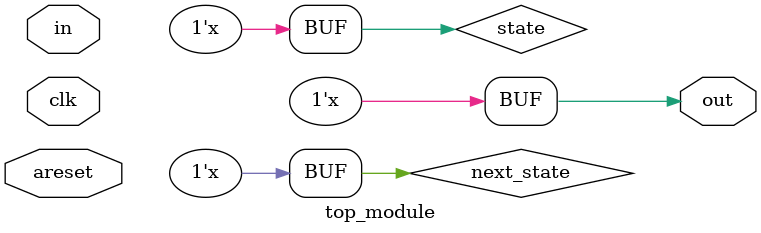
<source format=v>
module top_module(
    input clk,
    input areset,    // Asynchronous reset to state B
    input in,
    output out);//  

    parameter A=0, B=1; 
    reg state, next_state;

    always @(*) begin    // This is a combinational always block
        // State transition logic
        case (state)
            A: begin
                next_state = in ? A : B;
            end
            B: begin
                next_state = in ? B : A;
            end
            default: state = state;
        endcase
    end

    always @(posedge clk, posedge areset) begin    // This is a sequential always block
        // State flip-flops with asynchronous reset
        if(areset)
            state <= B;
        else
            state <= next_state;
    end

    // Output logic
    // assign out = (state == ...);
    assign out = (state == B);

endmodule

</source>
